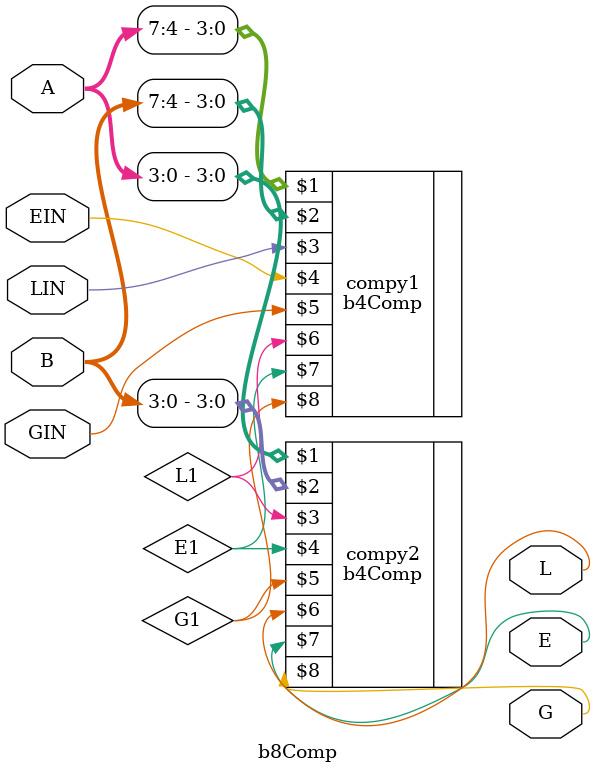
<source format=v>
module b8Comp(A,B,LIN,EIN,GIN,L,E,G);
  input [7:0] A;
  input [7:0] B;
  input LIN;
  input EIN;
  input GIN;
  output L;
  output E;
  output G;


  wire L1, E1, G1;

  b4Comp compy1 (A[7:4],B[7:4],LIN,EIN,GIN,L1,E1,G1);
  b4Comp compy2 (A[3:0],B[3:0],L1,E1,G1,L,E,G);

endmodule


</source>
